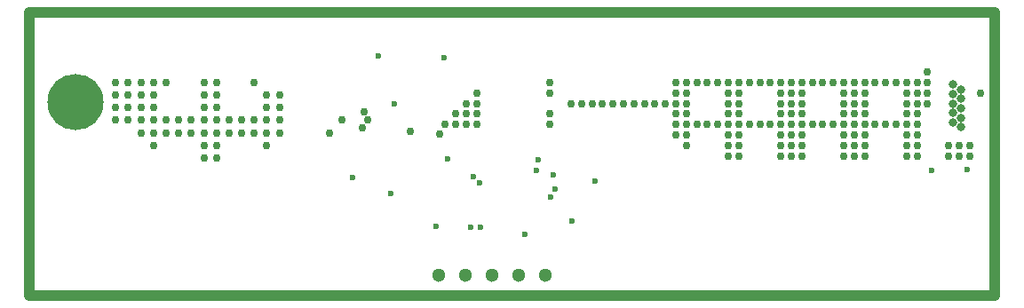
<source format=gbr>
%TF.GenerationSoftware,Altium Limited,Altium Designer,24.10.1 (45)*%
G04 Layer_Physical_Order=3*
G04 Layer_Color=128*
%FSLAX45Y45*%
%MOMM*%
%TF.SameCoordinates,6B7C1C4C-1752-458E-A365-839E3CDA317C*%
%TF.FilePolarity,Negative*%
%TF.FileFunction,Copper,L3,Inr,Plane*%
%TF.Part,Single*%
G01*
G75*
%TA.AperFunction,ViaPad*%
%ADD41C,0.60000*%
%TA.AperFunction,NonConductor*%
%ADD42C,1.01600*%
%TA.AperFunction,ComponentPad*%
%ADD45C,0.80000*%
%ADD46C,5.35000*%
%ADD47C,1.30000*%
%TA.AperFunction,ViaPad*%
%ADD48C,0.75000*%
D41*
X11590000Y7060000D02*
D03*
X12130000Y6860000D02*
D03*
X10220000Y7600000D02*
D03*
X15339999Y6960000D02*
D03*
X15680000Y6970000D02*
D03*
X11730000Y6920000D02*
D03*
X11570000Y6960000D02*
D03*
X11030000Y6840000D02*
D03*
X10970000Y6900000D02*
D03*
X11040000Y6420000D02*
D03*
X10940000D02*
D03*
X11710000Y6710000D02*
D03*
X10610000Y6430000D02*
D03*
X11750000Y6780000D02*
D03*
X10720000Y7070000D02*
D03*
X11460000Y6350000D02*
D03*
X11910000Y6480000D02*
D03*
X10180000Y6740000D02*
D03*
X9820000Y6890000D02*
D03*
X10060000Y8050000D02*
D03*
X10690000Y8040000D02*
D03*
D42*
X6740000Y5770000D02*
Y8470000D01*
X15939999D01*
Y5770000D02*
Y8470000D01*
X6740000Y5770000D02*
X15939999D01*
D45*
X15541000Y7780000D02*
D03*
Y7690000D02*
D03*
Y7600000D02*
D03*
Y7509999D02*
D03*
Y7419999D02*
D03*
X15619000Y7734999D02*
D03*
Y7644999D02*
D03*
Y7554999D02*
D03*
Y7464999D02*
D03*
Y7374999D02*
D03*
D46*
X7180000Y7615750D02*
D03*
D47*
X11658000Y5960000D02*
D03*
X11404000D02*
D03*
X11150000D02*
D03*
X10896000D02*
D03*
X10642000D02*
D03*
D48*
X9930000Y7520000D02*
D03*
X9910000Y7370000D02*
D03*
X10650000Y7310000D02*
D03*
X10370000Y7330000D02*
D03*
X15800009Y7700004D02*
D03*
X15700008Y7200004D02*
D03*
Y7100004D02*
D03*
X15600008Y7200004D02*
D03*
Y7100004D02*
D03*
X15500008Y7200004D02*
D03*
Y7100004D02*
D03*
X15300008Y7900004D02*
D03*
Y7800004D02*
D03*
Y7700004D02*
D03*
Y7600004D02*
D03*
X15200008Y7800004D02*
D03*
Y7700004D02*
D03*
Y7600004D02*
D03*
Y7500004D02*
D03*
Y7400004D02*
D03*
Y7300004D02*
D03*
Y7200004D02*
D03*
Y7100004D02*
D03*
X15100008Y7800004D02*
D03*
Y7700004D02*
D03*
Y7600004D02*
D03*
Y7500004D02*
D03*
Y7400004D02*
D03*
Y7300004D02*
D03*
Y7200004D02*
D03*
Y7100004D02*
D03*
X15000008Y7800004D02*
D03*
Y7400004D02*
D03*
X14900008Y7800004D02*
D03*
Y7400004D02*
D03*
X14800008Y7800004D02*
D03*
Y7400004D02*
D03*
X14700008Y7800004D02*
D03*
Y7700004D02*
D03*
Y7600004D02*
D03*
Y7500004D02*
D03*
Y7400004D02*
D03*
Y7300004D02*
D03*
Y7200004D02*
D03*
Y7100004D02*
D03*
X14600008Y7800004D02*
D03*
Y7700004D02*
D03*
Y7600004D02*
D03*
Y7500004D02*
D03*
Y7400004D02*
D03*
Y7300004D02*
D03*
Y7200004D02*
D03*
Y7100004D02*
D03*
X14500008Y7800004D02*
D03*
Y7700004D02*
D03*
Y7600004D02*
D03*
Y7500004D02*
D03*
Y7400004D02*
D03*
Y7300004D02*
D03*
Y7200004D02*
D03*
Y7100004D02*
D03*
X14400008Y7800004D02*
D03*
Y7400004D02*
D03*
X14300008Y7800004D02*
D03*
Y7400004D02*
D03*
X14200008Y7800004D02*
D03*
Y7400004D02*
D03*
X14100008Y7800004D02*
D03*
Y7700004D02*
D03*
Y7600004D02*
D03*
Y7500004D02*
D03*
Y7400004D02*
D03*
Y7300004D02*
D03*
Y7200004D02*
D03*
Y7100004D02*
D03*
X14000008Y7800004D02*
D03*
Y7700004D02*
D03*
Y7600004D02*
D03*
Y7500004D02*
D03*
Y7400004D02*
D03*
Y7300004D02*
D03*
Y7200004D02*
D03*
Y7100004D02*
D03*
X13900008Y7800004D02*
D03*
Y7700004D02*
D03*
Y7600004D02*
D03*
Y7500004D02*
D03*
Y7400004D02*
D03*
Y7300004D02*
D03*
Y7200004D02*
D03*
Y7100004D02*
D03*
X13800008Y7800004D02*
D03*
Y7400004D02*
D03*
X13700008Y7800004D02*
D03*
Y7400004D02*
D03*
X13600008Y7800004D02*
D03*
Y7400004D02*
D03*
X13500008Y7800004D02*
D03*
Y7700004D02*
D03*
Y7600004D02*
D03*
Y7500004D02*
D03*
Y7400004D02*
D03*
Y7300004D02*
D03*
Y7200004D02*
D03*
Y7100004D02*
D03*
X13400008Y7800004D02*
D03*
Y7700004D02*
D03*
Y7600004D02*
D03*
Y7500004D02*
D03*
Y7400004D02*
D03*
Y7300004D02*
D03*
Y7200004D02*
D03*
Y7100004D02*
D03*
X13300008Y7800004D02*
D03*
Y7400004D02*
D03*
X13200008Y7800004D02*
D03*
Y7400004D02*
D03*
X13100008Y7800004D02*
D03*
Y7400004D02*
D03*
X13000008Y7800004D02*
D03*
Y7700004D02*
D03*
Y7600004D02*
D03*
Y7500004D02*
D03*
Y7400004D02*
D03*
Y7300004D02*
D03*
Y7200004D02*
D03*
X12900008Y7800004D02*
D03*
Y7700004D02*
D03*
Y7600004D02*
D03*
Y7500004D02*
D03*
Y7400004D02*
D03*
Y7300004D02*
D03*
X12800008Y7600004D02*
D03*
X12700007D02*
D03*
X12600007D02*
D03*
X12500007D02*
D03*
X12400007D02*
D03*
X12300007D02*
D03*
X12200007D02*
D03*
X12100007D02*
D03*
X12000006D02*
D03*
X11900006D02*
D03*
X11700006Y7800004D02*
D03*
Y7700004D02*
D03*
Y7500004D02*
D03*
Y7400004D02*
D03*
X11000006Y7700004D02*
D03*
Y7600004D02*
D03*
Y7500004D02*
D03*
Y7400004D02*
D03*
X10900006Y7600004D02*
D03*
Y7500004D02*
D03*
Y7400004D02*
D03*
X10800006Y7500004D02*
D03*
Y7400004D02*
D03*
X10700006D02*
D03*
X9960001Y7440001D02*
D03*
X9720001D02*
D03*
X9600001Y7320001D02*
D03*
X9120001Y7680001D02*
D03*
Y7560001D02*
D03*
Y7440001D02*
D03*
Y7320001D02*
D03*
X9000001Y7680001D02*
D03*
Y7560001D02*
D03*
Y7440001D02*
D03*
Y7320001D02*
D03*
Y7200001D02*
D03*
X8880001Y7800001D02*
D03*
Y7440001D02*
D03*
Y7320001D02*
D03*
X8760001Y7440001D02*
D03*
Y7320001D02*
D03*
X8640001Y7440001D02*
D03*
Y7320001D02*
D03*
X8520001Y7800001D02*
D03*
Y7680001D02*
D03*
Y7560001D02*
D03*
Y7440001D02*
D03*
Y7320001D02*
D03*
Y7200001D02*
D03*
Y7080001D02*
D03*
X8400001Y7800001D02*
D03*
Y7680001D02*
D03*
Y7560001D02*
D03*
Y7440001D02*
D03*
Y7320001D02*
D03*
Y7200001D02*
D03*
Y7080001D02*
D03*
X8280001Y7440001D02*
D03*
Y7320001D02*
D03*
X8160001Y7440001D02*
D03*
Y7320001D02*
D03*
X8040001Y7800001D02*
D03*
Y7440001D02*
D03*
Y7320001D02*
D03*
X7920001Y7800001D02*
D03*
Y7680001D02*
D03*
Y7560001D02*
D03*
Y7440001D02*
D03*
Y7320001D02*
D03*
Y7200001D02*
D03*
X7800001Y7800001D02*
D03*
Y7680001D02*
D03*
Y7560001D02*
D03*
Y7440001D02*
D03*
Y7320001D02*
D03*
X7680001Y7800001D02*
D03*
Y7680001D02*
D03*
Y7560001D02*
D03*
Y7440001D02*
D03*
X7560001Y7800001D02*
D03*
Y7680001D02*
D03*
Y7560001D02*
D03*
Y7440001D02*
D03*
%TF.MD5,274301f445a39d009428ff1c7b05e724*%
M02*

</source>
